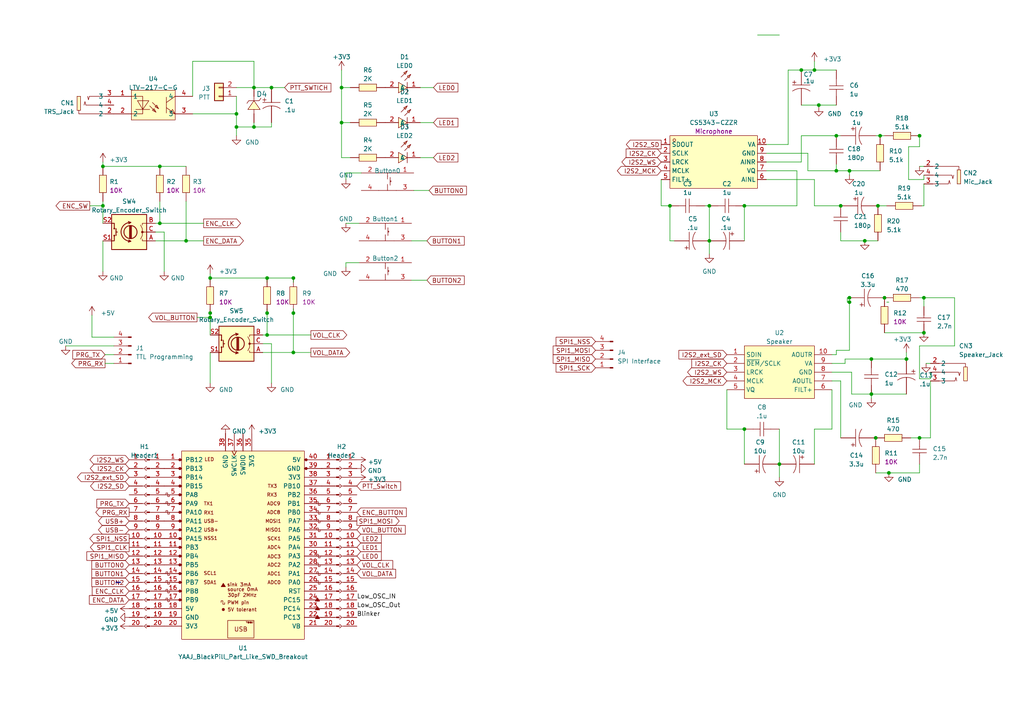
<source format=kicad_sch>
(kicad_sch (version 20230121) (generator eeschema)
  (paper "A4")
  (title_block (title "turning-pcb-knob-project") (date "2023-06-05") (rev "A") (company "KD9LSV"))
  (junction (at 226.06 134.62))
  (junction (at 237.49 30.48))
  (junction (at 242.57 39.37))
  (junction (at 60.96 90.805))
  (junction (at 205.74 59.69))
  (junction (at 60.96 80.645))
  (junction (at 85.09 90.805))
  (junction (at 46.355 48.26))
  (junction (at 262.89 104.14))
  (junction (at 85.09 80.645))
  (junction (at 77.47 80.645))
  (junction (at 46.355 64.77))
  (junction (at 53.975 69.85))
  (junction (at 266.7 39.37))
  (junction (at 256.54 86.36))
  (junction (at 255.27 39.37))
  (junction (at 68.58 33.02))
  (junction (at 215.9 59.69))
  (junction (at 252.73 114.3))
  (junction (at 85.09 102.235))
  (junction (at 254.635 59.69))
  (junction (at 60.96 92.075))
  (junction (at 242.57 49.53))
  (junction (at 254 127))
  (junction (at 243.84 59.69))
  (junction (at 215.9 124.46))
  (junction (at 68.58 36.83))
  (junction (at 257.81 137.16))
  (junction (at 78.74 25.4))
  (junction (at 236.22 20.32))
  (junction (at 246.38 86.36))
  (junction (at 29.845 59.69))
  (junction (at 267.97 96.52))
  (junction (at 266.7 127))
  (junction (at 250.825 69.85))
  (junction (at 77.47 97.155))
  (junction (at 73.66 36.83))
  (junction (at 73.66 25.4))
  (junction (at 232.41 20.32))
  (junction (at 205.74 69.85))
  (junction (at 99.06 25.4))
  (junction (at 99.06 35.56))
  (junction (at 246.38 49.53))
  (junction (at 267.97 86.36))
  (junction (at 252.73 104.14))
  (junction (at 194.31 59.69))
  (junction (at 29.845 48.26))
  (junction (at 77.47 90.805))
  (junction (at 246.38 87.63))
  (wire (pts (xy 204.47 59.69) (xy 205.74 59.69)))
  (wire (pts (xy 276.86 86.36) (xy 276.86 100.33)))
  (wire (pts (xy 60.96 97.155) (xy 60.96 92.075)))
  (wire (pts (xy 266.7 109.855) (xy 269.875 109.855)))
  (wire (pts (xy 46.355 64.77) (xy 59.055 64.77)))
  (wire (pts (xy 257.81 137.16) (xy 254 137.16)))
  (wire (pts (xy 232.41 39.37) (xy 242.57 39.37)))
  (wire (pts (xy 252.73 114.3) (xy 262.89 114.3)))
  (wire (pts (xy 60.96 90.805) (xy 60.96 89.535)))
  (wire (pts (xy 246.38 50.8) (xy 246.38 49.53)))
  (wire (pts (xy 85.09 90.805) (xy 85.09 102.235)))
  (wire (pts (xy 266.7 134.62) (xy 266.7 137.16)))
  (wire (pts (xy 68.58 36.83) (xy 68.58 39.37)))
  (wire (pts (xy 266.7 39.37) (xy 266.7 42.545)))
  (wire (pts (xy 228.6 20.32) (xy 232.41 20.32)))
  (wire (pts (xy 263.525 42.545) (xy 266.7 42.545)))
  (wire (pts (xy 231.14 49.53) (xy 222.25 49.53)))
  (wire (pts (xy 99.06 35.56) (xy 101.6 35.56)))
  (wire (pts (xy 191.77 52.07) (xy 191.77 59.69)))
  (wire (pts (xy 252.73 104.14) (xy 262.89 104.14)))
  (wire (pts (xy 60.96 79.375) (xy 60.96 80.645)))
  (wire (pts (xy 53.975 69.85) (xy 59.055 69.85)))
  (wire (pts (xy 33.02 100.33) (xy 19.05 100.33)))
  (wire (pts (xy 76.2 99.695) (xy 78.74 99.695)))
  (wire (pts (xy 236.22 134.62) (xy 236.22 124.46)))
  (wire (pts (xy 269.875 109.855) (xy 269.875 107.95)))
  (wire (pts (xy 78.74 99.695) (xy 78.74 111.125)))
  (wire (pts (xy 53.975 58.42) (xy 53.975 69.85)))
  (wire (pts (xy 215.9 134.62) (xy 215.9 124.46)))
  (wire (pts (xy 205.74 69.85) (xy 205.74 73.66)))
  (wire (pts (xy 236.22 20.32) (xy 242.57 20.32)))
  (bus (pts (xy 33.655 168.91) (xy 34.925 168.91)))
  (wire (pts (xy 100.33 50.165) (xy 104.775 50.165)))
  (wire (pts (xy 194.31 69.85) (xy 194.31 59.69)))
  (wire (pts (xy 26.035 59.69) (xy 29.845 59.69)))
  (wire (pts (xy 242.57 39.37) (xy 243.84 39.37)))
  (wire (pts (xy 247.015 114.3) (xy 252.73 114.3)))
  (wire (pts (xy 222.25 44.45) (xy 234.315 44.45)))
  (wire (pts (xy 78.74 35.56) (xy 78.74 36.83)))
  (wire (pts (xy 268.605 105.41) (xy 269.875 105.41)))
  (wire (pts (xy 104.14 76.2) (xy 100.33 76.2)))
  (wire (pts (xy 99.06 35.56) (xy 99.06 25.4)))
  (wire (pts (xy 29.845 48.26) (xy 46.355 48.26)))
  (wire (pts (xy 99.06 25.4) (xy 101.6 25.4)))
  (wire (pts (xy 205.74 59.69) (xy 205.74 69.85)))
  (wire (pts (xy 242.57 47.625) (xy 242.57 49.53)))
  (wire (pts (xy 234.315 49.53) (xy 242.57 49.53)))
  (wire (pts (xy 266.7 100.33) (xy 266.7 109.855)))
  (wire (pts (xy 121.92 45.72) (xy 125.73 45.72)))
  (wire (pts (xy 77.47 97.155) (xy 76.2 97.155)))
  (wire (pts (xy 242.57 101.6) (xy 242.57 102.87)))
  (wire (pts (xy 255.27 39.37) (xy 256.54 39.37)))
  (wire (pts (xy 45.085 67.31) (xy 47.625 67.31)))
  (wire (pts (xy 241.3 110.49) (xy 243.84 110.49)))
  (wire (pts (xy 121.92 25.4) (xy 125.73 25.4)))
  (wire (pts (xy 77.47 89.535) (xy 77.47 90.805)))
  (wire (pts (xy 99.06 45.72) (xy 101.6 45.72)))
  (wire (pts (xy 264.16 39.37) (xy 266.7 39.37)))
  (wire (pts (xy 68.58 33.02) (xy 68.58 36.83)))
  (wire (pts (xy 232.41 39.37) (xy 232.41 46.99)))
  (wire (pts (xy 73.66 25.4) (xy 78.74 25.4)))
  (wire (pts (xy 241.3 113.03) (xy 241.3 124.46)))
  (wire (pts (xy 194.31 69.85) (xy 195.58 69.85)))
  (wire (pts (xy 30.48 105.41) (xy 33.02 105.41)))
  (wire (pts (xy 47.625 67.31) (xy 47.625 78.74)))
  (wire (pts (xy 250.825 69.85) (xy 243.84 69.85)))
  (wire (pts (xy 226.06 124.46) (xy 226.06 134.62)))
  (wire (pts (xy 269.875 127) (xy 269.875 110.49)))
  (wire (pts (xy 120.015 55.245) (xy 124.46 55.245)))
  (wire (pts (xy 60.96 80.645) (xy 77.47 80.645)))
  (wire (pts (xy 46.355 58.42) (xy 46.355 64.77)))
  (wire (pts (xy 257.175 87.63) (xy 257.81 87.63)))
  (wire (pts (xy 267.335 59.69) (xy 267.97 59.69)))
  (wire (pts (xy 254 39.37) (xy 255.27 39.37)))
  (wire (pts (xy 215.9 59.69) (xy 231.14 59.69)))
  (wire (pts (xy 85.09 89.535) (xy 85.09 90.805)))
  (wire (pts (xy 57.15 92.075) (xy 60.96 92.075)))
  (wire (pts (xy 119.38 81.28) (xy 123.825 81.28)))
  (wire (pts (xy 236.22 124.46) (xy 241.3 124.46)))
  (wire (pts (xy 226.06 134.62) (xy 226.06 138.43)))
  (wire (pts (xy 85.09 80.645) (xy 85.09 81.915)))
  (wire (pts (xy 241.3 102.87) (xy 242.57 102.87)))
  (wire (pts (xy 121.92 35.56) (xy 125.73 35.56)))
  (wire (pts (xy 262.89 102.235) (xy 262.89 104.14)))
  (wire (pts (xy 256.54 86.36) (xy 257.175 86.36)))
  (wire (pts (xy 232.41 20.32) (xy 236.22 20.32)))
  (wire (pts (xy 45.085 69.85) (xy 53.975 69.85)))
  (wire (pts (xy 26.67 97.79) (xy 26.67 91.44)))
  (wire (pts (xy 55.88 33.02) (xy 68.58 33.02)))
  (wire (pts (xy 267.97 86.36) (xy 276.86 86.36)))
  (wire (pts (xy 245.745 86.36) (xy 245.745 87.63)))
  (wire (pts (xy 242.57 49.53) (xy 246.38 49.53)))
  (wire (pts (xy 243.84 110.49) (xy 243.84 127)))
  (wire (pts (xy 60.96 102.235) (xy 60.96 111.125)))
  (wire (pts (xy 243.84 59.69) (xy 244.475 59.69)))
  (wire (pts (xy 245.745 87.63) (xy 246.38 87.63)))
  (wire (pts (xy 250.825 69.85) (xy 254.635 69.85)))
  (wire (pts (xy 264.16 127) (xy 266.7 127)))
  (wire (pts (xy 77.47 80.645) (xy 85.09 80.645)))
  (wire (pts (xy 33.02 102.87) (xy 30.48 102.87)))
  (wire (pts (xy 210.82 124.46) (xy 215.9 124.46)))
  (wire (pts (xy 246.38 86.36) (xy 245.745 86.36)))
  (wire (pts (xy 252.73 114.3) (xy 252.73 113.03)))
  (wire (pts (xy 77.47 90.805) (xy 77.47 97.155)))
  (wire (pts (xy 100.33 76.2) (xy 100.33 77.47)))
  (wire (pts (xy 232.41 30.48) (xy 237.49 30.48)))
  (wire (pts (xy 191.77 59.69) (xy 194.31 59.69)))
  (wire (pts (xy 77.47 97.155) (xy 90.17 97.155)))
  (wire (pts (xy 231.14 59.69) (xy 231.14 49.53)))
  (wire (pts (xy 73.66 17.78) (xy 73.66 25.4)))
  (wire (pts (xy 267.97 52.07) (xy 267.97 50.8)))
  (wire (pts (xy 100.33 64.77) (xy 104.14 64.77)))
  (wire (pts (xy 55.88 17.78) (xy 55.88 27.94)))
  (wire (pts (xy 247.015 107.95) (xy 247.015 114.3)))
  (wire (pts (xy 276.86 100.33) (xy 266.7 100.33)))
  (wire (pts (xy 100.33 50.165) (xy 100.33 52.07)))
  (wire (pts (xy 99.06 20.32) (xy 99.06 25.4)))
  (wire (pts (xy 237.49 31.115) (xy 237.49 30.48)))
  (wire (pts (xy 266.7 48.26) (xy 267.97 48.26)))
  (wire (pts (xy 267.97 59.69) (xy 267.97 53.34)))
  (wire (pts (xy 243.84 67.31) (xy 243.84 69.85)))
  (wire (pts (xy 266.7 127) (xy 269.875 127)))
  (wire (pts (xy 68.58 25.4) (xy 73.66 25.4)))
  (wire (pts (xy 73.66 36.83) (xy 78.74 36.83)))
  (wire (pts (xy 33.02 97.79) (xy 26.67 97.79)))
  (wire (pts (xy 73.66 36.83) (xy 68.58 36.83)))
  (wire (pts (xy 46.355 48.26) (xy 53.975 48.26)))
  (wire (pts (xy 73.66 17.78) (xy 55.88 17.78)))
  (wire (pts (xy 237.49 30.48) (xy 242.57 30.48)))
  (wire (pts (xy 234.315 44.45) (xy 234.315 49.53)))
  (wire (pts (xy 29.845 64.77) (xy 29.845 59.69)))
  (wire (pts (xy 85.09 102.235) (xy 90.17 102.235)))
  (wire (pts (xy 119.38 69.85) (xy 123.825 69.85)))
  (wire (pts (xy 232.41 46.99) (xy 222.25 46.99)))
  (wire (pts (xy 236.22 59.69) (xy 236.22 52.07)))
  (wire (pts (xy 77.47 81.915) (xy 77.47 80.645)))
  (wire (pts (xy 219.71 10.16) (xy 226.06 10.16)))
  (wire (pts (xy 252.73 115.57) (xy 252.73 114.3)))
  (wire (pts (xy 245.11 104.14) (xy 252.73 104.14)))
  (wire (pts (xy 245.11 105.41) (xy 241.3 105.41)))
  (wire (pts (xy 29.845 46.99) (xy 29.845 48.26)))
  (wire (pts (xy 73.66 35.56) (xy 73.66 36.83)))
  (wire (pts (xy 99.06 35.56) (xy 99.06 45.72)))
  (wire (pts (xy 263.525 52.07) (xy 267.97 52.07)))
  (wire (pts (xy 255.27 49.53) (xy 246.38 49.53)))
  (wire (pts (xy 228.6 20.32) (xy 228.6 41.91)))
  (wire (pts (xy 241.3 107.95) (xy 247.015 107.95)))
  (wire (pts (xy 242.57 101.6) (xy 246.38 101.6)))
  (wire (pts (xy 210.82 113.03) (xy 210.82 124.46)))
  (wire (pts (xy 82.55 25.4) (xy 78.74 25.4)))
  (wire (pts (xy 60.96 92.075) (xy 60.96 90.805)))
  (wire (pts (xy 29.845 69.85) (xy 29.845 78.74)))
  (wire (pts (xy 263.525 42.545) (xy 263.525 52.07)))
  (wire (pts (xy 222.25 52.07) (xy 236.22 52.07)))
  (wire (pts (xy 266.7 137.16) (xy 257.81 137.16)))
  (wire (pts (xy 263.525 104.14) (xy 262.89 104.14)))
  (wire (pts (xy 215.9 69.85) (xy 215.9 59.69)))
  (wire (pts (xy 228.6 41.91) (xy 222.25 41.91)))
  (wire (pts (xy 242.57 40.005) (xy 242.57 39.37)))
  (wire (pts (xy 267.97 86.36) (xy 267.97 88.9)))
  (wire (pts (xy 76.2 102.235) (xy 85.09 102.235)))
  (wire (pts (xy 236.22 59.69) (xy 243.84 59.69)))
  (wire (pts (xy 246.38 101.6) (xy 246.38 87.63)))
  (wire (pts (xy 236.22 17.78) (xy 236.22 20.32)))
  (wire (pts (xy 246.38 87.63) (xy 246.38 86.36)))
  (wire (pts (xy 60.96 80.645) (xy 60.96 81.915)))
  (wire (pts (xy 68.58 27.94) (xy 68.58 33.02)))
  (wire (pts (xy 46.355 64.77) (xy 45.085 64.77)))
  (wire (pts (xy 266.7 86.36) (xy 267.97 86.36)))
  (wire (pts (xy 256.54 96.52) (xy 267.97 96.52)))
  (wire (pts (xy 245.11 104.14) (xy 245.11 105.41)))
  (wire (pts (xy 254.635 59.69) (xy 257.175 59.69)))
  (wire (pts (xy 29.845 59.69) (xy 29.845 58.42)))
  (label "Low_OSC_IN" (at 103.505 173.99 0))
  (label "Low_OSC_Out" (at 103.505 176.53 0))
  (label "Blinker" (at 103.505 179.07 0))
  (global_label "SPI1_MISO" (shape input) (at 172.72 104.14 180) (property "Intersheetrefs" "${INTERSHEET_REFS}" (effects hide)))
  (global_label "PTT_SWTICH" (shape input) (at 82.55 25.4 0) (property "Intersheetrefs" "${INTERSHEET_REFS}" (effects hide)))
  (global_label "LED1" (shape input) (at 125.73 35.56 0) (property "Intersheetrefs" "${INTERSHEET_REFS}" (effects hide)))
  (global_label "I2S2_ext_SD" (shape input) (at 210.82 102.87 180) (property "Intersheetrefs" "${INTERSHEET_REFS}" (effects hide)))
  (global_label "LED2" (shape input) (at 103.505 156.21 0) (property "Intersheetrefs" "${INTERSHEET_REFS}" (effects hide)))
  (global_label "I2S2_WS" (shape bidirectional) (at 37.465 133.35 180) (property "Intersheetrefs" "${INTERSHEET_REFS}" (effects hide)))
  (global_label "SPI1_MISO" (shape input) (at 37.465 161.29 180) (property "Intersheetrefs" "${INTERSHEET_REFS}" (effects hide)))
  (global_label "ENC_DATA" (shape input) (at 37.465 173.99 180) (property "Intersheetrefs" "${INTERSHEET_REFS}" (effects hide)))
  (global_label "BUTTON0" (shape input) (at 124.46 55.245 0) (property "Intersheetrefs" "${INTERSHEET_REFS}" (effects hide)))
  (global_label "I2S2_SD" (shape bidirectional) (at 37.465 140.97 180) (property "Intersheetrefs" "${INTERSHEET_REFS}" (effects hide)))
  (global_label "I2S2_SD" (shape output) (at 191.77 41.91 180) (property "Intersheetrefs" "${INTERSHEET_REFS}" (effects hide)))
  (global_label "USB-" (shape bidirectional) (at 37.465 153.67 180) (property "Intersheetrefs" "${INTERSHEET_REFS}" (effects hide)))
  (global_label "PTT_Switch" (shape input) (at 103.505 140.97 0) (property "Intersheetrefs" "${INTERSHEET_REFS}" (effects hide)))
  (global_label "ENC_CLK" (shape output) (at 59.055 64.77 0) (property "Intersheetrefs" "${INTERSHEET_REFS}" (effects hide)))
  (global_label "BUTTON2" (shape input) (at 37.465 168.91 180) (property "Intersheetrefs" "${INTERSHEET_REFS}" (effects hide)))
  (global_label "VOL_CLK" (shape input) (at 103.505 163.83 0) (property "Intersheetrefs" "${INTERSHEET_REFS}" (effects hide)))
  (global_label "SPI1_NSS" (shape input) (at 172.72 99.06 180) (property "Intersheetrefs" "${INTERSHEET_REFS}" (effects hide)))
  (global_label "SPI1_CLK" (shape output) (at 37.465 158.75 180) (property "Intersheetrefs" "${INTERSHEET_REFS}" (effects hide)))
  (global_label "I2S2_CK" (shape input) (at 191.77 44.45 180) (property "Intersheetrefs" "${INTERSHEET_REFS}" (effects hide)))
  (global_label "LED0" (shape input) (at 125.73 25.4 0) (property "Intersheetrefs" "${INTERSHEET_REFS}" (effects hide)))
  (global_label "VOL_DATA" (shape output) (at 90.17 102.235 0) (property "Intersheetrefs" "${INTERSHEET_REFS}" (effects hide)))
  (global_label "ENC_BUTTON" (shape input) (at 103.505 148.59 0) (property "Intersheetrefs" "${INTERSHEET_REFS}" (effects hide)))
  (global_label "LED0" (shape input) (at 103.505 161.29 0) (property "Intersheetrefs" "${INTERSHEET_REFS}" (effects hide)))
  (global_label "VOL_BUTTON" (shape output) (at 57.15 92.075 180) (property "Intersheetrefs" "${INTERSHEET_REFS}" (effects hide)))
  (global_label "I2S2_MCK" (shape bidirectional) (at 210.82 110.49 180) (property "Intersheetrefs" "${INTERSHEET_REFS}" (effects hide)))
  (global_label "I2S2_CK" (shape input) (at 210.82 105.41 180) (property "Intersheetrefs" "${INTERSHEET_REFS}" (effects hide)))
  (global_label "PRG_RX" (shape output) (at 37.465 148.59 180) (property "Intersheetrefs" "${INTERSHEET_REFS}" (effects hide)))
  (global_label "SPI1_SCK" (shape input) (at 172.72 106.68 180) (property "Intersheetrefs" "${INTERSHEET_REFS}" (effects hide)))
  (global_label "SPI1_NSS" (shape output) (at 37.465 156.21 180) (property "Intersheetrefs" "${INTERSHEET_REFS}" (effects hide)))
  (global_label "PRG_RX" (shape output) (at 30.48 105.41 180) (property "Intersheetrefs" "${INTERSHEET_REFS}" (effects hide)))
  (global_label "LED1" (shape input) (at 103.505 158.75 0) (property "Intersheetrefs" "${INTERSHEET_REFS}" (effects hide)))
  (global_label "USB+" (shape bidirectional) (at 37.465 151.13 180) (property "Intersheetrefs" "${INTERSHEET_REFS}" (effects hide)))
  (global_label "VOL_DATA" (shape input) (at 103.505 166.37 0) (property "Intersheetrefs" "${INTERSHEET_REFS}" (effects hide)))
  (global_label "ENC_CLK" (shape input) (at 37.465 171.45 180) (property "Intersheetrefs" "${INTERSHEET_REFS}" (effects hide)))
  (global_label "VOL_CLK" (shape output) (at 90.17 97.155 0) (property "Intersheetrefs" "${INTERSHEET_REFS}" (effects hide)))
  (global_label "I2S2_WS" (shape bidirectional) (at 191.77 46.99 180) (property "Intersheetrefs" "${INTERSHEET_REFS}" (effects hide)))
  (global_label "BUTTON2" (shape input) (at 123.825 81.28 0) (property "Intersheetrefs" "${INTERSHEET_REFS}" (effects hide)))
  (global_label "I2S2_WS" (shape bidirectional) (at 210.82 107.95 180) (property "Intersheetrefs" "${INTERSHEET_REFS}" (effects hide)))
  (global_label "ENC_DATA" (shape output) (at 59.055 69.85 0) (property "Intersheetrefs" "${INTERSHEET_REFS}" (effects hide)))
  (global_label "I2S2_MCK" (shape bidirectional) (at 191.77 49.53 180) (property "Intersheetrefs" "${INTERSHEET_REFS}" (effects hide)))
  (global_label "LED2" (shape input) (at 125.73 45.72 0) (property "Intersheetrefs" "${INTERSHEET_REFS}" (effects hide)))
  (global_label "BUTTON0" (shape input) (at 37.465 163.83 180) (property "Intersheetrefs" "${INTERSHEET_REFS}" (effects hide)))
  (global_label "SPI1_MOSI" (shape output) (at 103.505 151.13 0) (property "Intersheetrefs" "${INTERSHEET_REFS}" (effects hide)))
  (global_label "SPI1_MOSI" (shape input) (at 172.72 101.6 180) (property "Intersheetrefs" "${INTERSHEET_REFS}" (effects hide)))
  (global_label "VOL_BUTTON" (shape input) (at 103.505 153.67 0) (property "Intersheetrefs" "${INTERSHEET_REFS}" (effects hide)))
  (global_label "PRG_TX" (shape input) (at 30.48 102.87 180) (property "Intersheetrefs" "${INTERSHEET_REFS}" (effects hide)))
  (global_label "BUTTON1" (shape input) (at 123.825 69.85 0) (property "Intersheetrefs" "${INTERSHEET_REFS}" (effects hide)))
  (global_label "ENC_SW" (shape output) (at 26.035 59.69 180) (property "Intersheetrefs" "${INTERSHEET_REFS}" (effects hide)))
  (global_label "I2S2_ext_SD" (shape bidirectional) (at 37.465 138.43 180) (property "Intersheetrefs" "${INTERSHEET_REFS}" (effects hide)))
  (global_label "BUTTON1" (shape input) (at 37.465 166.37 180) (property "Intersheetrefs" "${INTERSHEET_REFS}" (effects hide)))
  (global_label "I2S2_CK" (shape bidirectional) (at 37.465 135.89 180) (property "Intersheetrefs" "${INTERSHEET_REFS}" (effects hide)))
  (global_label "PRG_TX" (shape input) (at 37.465 146.05 180) (property "Intersheetrefs" "${INTERSHEET_REFS}" (effects hide)))
  (symbol (lib_id "easyeda2kicad:0805W8F1002T5E") (at 46.355 53.34 90) (unit 1)
    (property "Reference" "R2" (at 48.26 52.705 90) (effects (justify right)))
    (property "Value" "0805W8F1002T5E" (effects hide))
    (property "Footprint" "easyeda2kicad:R0805" (effects hide))
    (property "Datasheet" "https://lcsc.com/product-detail/Chip-Resistor-Surface-Mount-UniOhm_10KR-1002-1_C17414.html" (effects hide))
    (property "Manufacturer" "UNI-ROYAL(厚声)" (effects hide))
    (property "LCSC Part" "C17414" (effects hide))
    (property "JLC Part" "Basic Part" (effects hide))
    (property "Size" "10K" (at 48.26 55.245 90) (effects (justify right)))
  )
  (symbol (lib_id "easyeda2kicad:0805W8F1002T5E") (at 53.975 53.34 90) (unit 1)
    (property "Reference" "R3" (at 55.88 52.705 90) (effects (justify right)))
    (property "Value" "0805W8F1002T5E" (effects hide))
    (property "Footprint" "easyeda2kicad:R0805" (effects hide))
    (property "Datasheet" "https://lcsc.com/product-detail/Chip-Resistor-Surface-Mount-UniOhm_10KR-1002-1_C17414.html" (effects hide))
    (property "Manufacturer" "UNI-ROYAL(厚声)" (effects hide))
    (property "LCSC Part" "C17414" (effects hide))
    (property "JLC Part" "Basic Part" (effects hide))
    (property "Size" "10K" (at 55.88 55.245 90) (effects (justify right)))
  )
  (symbol (lib_id "easyeda2kicad:0805W8F1002T5E") (at 29.845 53.34 90) (unit 1)
    (property "Reference" "R1" (at 31.75 52.705 90) (effects (justify right)))
    (property "Value" "0805W8F1002T5E" (effects hide))
    (property "Footprint" "easyeda2kicad:R0805" (effects hide))
    (property "Datasheet" "https://lcsc.com/product-detail/Chip-Resistor-Surface-Mount-UniOhm_10KR-1002-1_C17414.html" (effects hide))
    (property "Manufacturer" "UNI-ROYAL(厚声)" (effects hide))
    (property "LCSC Part" "C17414" (effects hide))
    (property "JLC Part" "Basic Part" (effects hide))
    (property "Size" "10K" (at 31.75 55.245 90) (effects (justify right)))
  )
  (symbol (lib_id "knob_v1-rescue:Rotary_Encoder_Switch-Device") (at 37.465 67.31 180) (unit 1)
    (property "Reference" "SW4" (at 37.465 58.42 0))
    (property "Value" "Rotary_Encoder_Switch" (at 37.465 60.96 0))
    (property "Footprint" "Rotary_Encoder:RotaryEncoder_Alps_EC12E-Switch_Vertical_H20mm" (effects hide))
  )
  (symbol (lib_id "power:GND") (at 29.845 78.74 0) (unit 1)
    (property "Reference" "#PWR02" (effects hide))
    (property "Value" "GND" (at 31.75 80.645 0) (effects (justify left)))
  )
  (symbol (lib_id "power:GND") (at 47.625 78.74 0) (unit 1)
    (property "Reference" "#PWR04" (effects hide))
    (property "Value" "GND" (at 49.53 80.645 0) (effects (justify left)))
  )
  (symbol (lib_id "easyeda2kicad:TS-1003-12026") (at 112.395 52.705 0) (mirror y) (unit 1)
    (property "Reference" "SW1" (effects hide))
    (property "Value" "Button0" (at 112.395 49.53 0))
    (property "Footprint" "easyeda2kicad:KEY-TH_4P-L12.0-W12.0-P5.00-LS12.5" (effects hide))
    (property "Datasheet" "https://lcsc.com/product-detail/Tactile-Switches_XUNPU-TS-1003-12026_C455216.html" (effects hide))
    (property "Manufacturer" "XUNPU(讯普)" (effects hide))
    (property "LCSC Part" "C455216" (effects hide))
    (property "JLC Part" "Extended Part" (effects hide))
  )
  (symbol (lib_id "easyeda2kicad:TS-1003-12026") (at 111.76 67.31 0) (mirror y) (unit 1)
    (property "Reference" "SW2" (effects hide))
    (property "Value" "Button1" (at 111.76 63.5 0))
    (property "Footprint" "easyeda2kicad:KEY-TH_4P-L12.0-W12.0-P5.00-LS12.5" (effects hide))
    (property "Datasheet" "https://lcsc.com/product-detail/Tactile-Switches_XUNPU-TS-1003-12026_C455216.html" (effects hide))
    (property "Manufacturer" "XUNPU(讯普)" (effects hide))
    (property "LCSC Part" "C455216" (effects hide))
    (property "JLC Part" "Extended Part" (effects hide))
  )
  (symbol (lib_id "easyeda2kicad:TS-1003-12026") (at 111.76 78.74 0) (mirror y) (unit 1)
    (property "Reference" "SW3" (effects hide))
    (property "Value" "Button2" (at 111.76 74.93 0))
    (property "Footprint" "easyeda2kicad:KEY-TH_4P-L12.0-W12.0-P5.00-LS12.5" (effects hide))
    (property "Datasheet" "https://lcsc.com/product-detail/Tactile-Switches_XUNPU-TS-1003-12026_C455216.html" (effects hide))
    (property "Manufacturer" "XUNPU(讯普)" (effects hide))
    (property "LCSC Part" "C455216" (effects hide))
    (property "JLC Part" "Extended Part" (effects hide))
  )
  (symbol (lib_id "easyeda2kicad:19-217_GHC-YR1S2_3T") (at 116.84 45.72 0) (mirror y) (unit 1)
    (property "Reference" "D3" (at 117.35 36.83 0))
    (property "Value" "LED2" (at 117.35 39.37 0))
    (property "Footprint" "easyeda2kicad:LED0603-RD" (effects hide))
    (property "Datasheet" "https://lcsc.com/product-detail/Light-Emitting-Diodes-LED_0603-Green-light_C72043.html" (effects hide))
    (property "Manufacturer" "EVERLIGHT(亿光)" (effects hide))
    (property "LCSC Part" "C72043" (effects hide))
    (property "JLC Part" "Basic Part" (effects hide))
  )
  (symbol (lib_id "easyeda2kicad:19-217_GHC-YR1S2_3T") (at 116.84 35.56 0) (mirror y) (unit 1)
    (property "Reference" "D2" (at 117.35 26.67 0))
    (property "Value" "LED1" (at 117.35 29.21 0))
    (property "Footprint" "easyeda2kicad:LED0603-RD" (effects hide))
    (property "Datasheet" "https://lcsc.com/product-detail/Light-Emitting-Diodes-LED_0603-Green-light_C72043.html" (effects hide))
    (property "Manufacturer" "EVERLIGHT(亿光)" (effects hide))
    (property "LCSC Part" "C72043" (effects hide))
    (property "JLC Part" "Basic Part" (effects hide))
  )
  (symbol (lib_id "easyeda2kicad:19-217_GHC-YR1S2_3T") (at 116.84 25.4 0) (mirror y) (unit 1)
    (property "Reference" "D1" (at 117.35 16.51 0))
    (property "Value" "LED0" (at 117.35 19.05 0))
    (property "Footprint" "easyeda2kicad:LED0603-RD" (effects hide))
    (property "Datasheet" "https://lcsc.com/product-detail/Light-Emitting-Diodes-LED_0603-Green-light_C72043.html" (effects hide))
    (property "Manufacturer" "EVERLIGHT(亿光)" (effects hide))
    (property "LCSC Part" "C72043" (effects hide))
    (property "JLC Part" "Basic Part" (effects hide))
  )
  (symbol (lib_id "easyeda2kicad:0805W8F2001T5E") (at 106.68 45.72 180) (unit 1)
    (property "Reference" "R4" (at 106.68 40.64 0))
    (property "Value" "2K" (at 106.68 43.18 0))
    (property "Footprint" "easyeda2kicad:R0805" (effects hide))
    (property "Datasheet" "https://lcsc.com/product-detail/Chip-Resistor-Surface-Mount-UniOhm_2KR-2001-1_C17604.html" (effects hide))
    (property "Manufacturer" "UNI-ROYAL(厚声)" (effects hide))
    (property "LCSC Part" "C17604" (effects hide))
    (property "JLC Part" "Basic Part" (effects hide))
  )
  (symbol (lib_id "easyeda2kicad:0805W8F2001T5E") (at 106.68 35.56 180) (unit 1)
    (property "Reference" "R5" (at 106.68 30.48 0))
    (property "Value" "2K" (at 106.68 33.02 0))
    (property "Footprint" "easyeda2kicad:R0805" (effects hide))
    (property "Datasheet" "https://lcsc.com/product-detail/Chip-Resistor-Surface-Mount-UniOhm_2KR-2001-1_C17604.html" (effects hide))
    (property "Manufacturer" "UNI-ROYAL(厚声)" (effects hide))
    (property "LCSC Part" "C17604" (effects hide))
    (property "JLC Part" "Basic Part" (effects hide))
  )
  (symbol (lib_id "easyeda2kicad:0805W8F2001T5E") (at 106.68 25.4 180) (unit 1)
    (property "Reference" "R6" (at 106.68 20.32 0))
    (property "Value" "2K" (at 106.68 22.86 0))
    (property "Footprint" "easyeda2kicad:R0805" (effects hide))
    (property "Datasheet" "https://lcsc.com/product-detail/Chip-Resistor-Surface-Mount-UniOhm_2KR-2001-1_C17604.html" (effects hide))
    (property "Manufacturer" "UNI-ROYAL(厚声)" (effects hide))
    (property "LCSC Part" "C17604" (effects hide))
    (property "JLC Part" "Basic Part" (effects hide))
  )
  (symbol (lib_id "knob_v1-rescue:+3.3V-power") (at 99.06 20.32 0) (unit 1)
    (property "Reference" "#PWR07" (effects hide))
    (property "Value" "+3.3V" (at 99.06 16.51 0))
  )
  (symbol (lib_id "knob_v1-rescue:Conn_01x04_Male-Connector") (at 38.1 102.87 180) (unit 1)
    (property "Reference" "J1" (at 39.37 100.965 0) (effects (justify right)))
    (property "Value" "TTL Programming" (at 39.37 103.505 0) (effects (justify right)))
    (property "Footprint" "Connector_PinHeader_2.54mm:PinHeader_1x04_P2.54mm_Vertical" (effects hide))
  )
  (symbol (lib_id "power:GND") (at 19.05 100.33 0) (unit 1)
    (property "Reference" "#PWR0105" (effects hide))
    (property "Value" "GND" (at 19.05 99.06 0))
  )
  (symbol (lib_id "power:+5V") (at 26.67 91.44 0) (unit 1)
    (property "Reference" "#PWR0106" (effects hide))
    (property "Value" "+5V" (at 29.21 90.805 0) (effects (justify left)))
  )
  (symbol (lib_id "Connector_Generic:Conn_01x02") (at 63.5 27.94 180) (unit 1)
    (property "Reference" "J3" (at 60.96 25.6794 0) (effects (justify left)))
    (property "Value" "PTT" (at 60.96 28.2194 0) (effects (justify left)))
    (property "Footprint" "Connector_PinHeader_2.54mm:PinHeader_1x02_P2.54mm_Horizontal" (effects hide))
  )
  (symbol (lib_id "power:GND") (at 68.58 39.37 0) (unit 1)
    (property "Reference" "#PWR0109" (effects hide))
    (property "Value" "GND" (at 71.12 41.275 0) (effects (justify left)))
  )
  (symbol (lib_id "easyeda2kicad:ZMM5V1_C707194") (at 73.66 30.48 270) (unit 1)
    (property "Reference" "D4" (at 74.295 27.305 90) (effects (font (size 1.524 1.524)) (justify left)))
    (property "Value" "ZMM5V1_C707194" (effects hide))
    (property "Footprint" "easyeda2kicad:LL-34_L3.5-W1.5-RD" (effects hide))
    (property "Datasheet" "https://lcsc.com/product-detail/Zener-Diodes_Slkor-SLKORMICRO-Elec-ZMM5V1_C707194.html" (effects hide))
    (property "Digi-Key_PN" "1N5231BFSCT-ND" (effects hide))
    (property "MPN" "1N5231BTR" (effects hide))
    (property "Category" "Discrete Semiconductor Products" (effects hide))
    (property "Family" "Diodes - Zener - Single" (effects hide))
    (property "DK_Datasheet_Link" "https://www.onsemi.com/pub/Collateral/1N5221B-D.PDF" (effects hide))
    (property "DK_Detail_Page" "/product-detail/en/on-semiconductor/1N5231BTR/1N5231BFSCT-ND/1532765" (effects hide))
    (property "Description" "DIODE ZENER 5.1V 500MW DO35" (effects hide))
    (property "Manufacturer" "Slkor(萨科微)" (effects hide))
    (property "Status" "Active" (effects hide))
    (property "LCSC Part" "C707194" (effects hide))
    (property "JLC Part" "Extended Part" (effects hide))
  )
  (symbol (lib_id "easyeda2kicad:VT1H0R1MB054000CE0") (at 78.74 30.48 0) (unit 1)
    (property "Reference" "C1" (at 82.55 29.34 0) (effects (justify left)))
    (property "Value" ".1u" (at 82.55 31.88 0) (effects (justify left)))
    (property "Footprint" "easyeda2kicad:CAP-SMD_BD4.0-L4.3-W4.3-FD" (effects hide))
    (property "Datasheet" "https://lcsc.com/product-detail/Others_Changzhou-Huawei-Elec-VT1H0R1MB054000CE0_C271438.html" (effects hide))
    (property "Manufacturer" "HUAWEI(华威集团)" (effects hide))
    (property "LCSC Part" "C271438" (effects hide))
    (property "JLC Part" "Extended Part" (effects hide))
  )
  (symbol (lib_id "knob_v1-rescue:+3.3V-power") (at 29.845 46.99 0) (unit 1)
    (property "Reference" "#PWR0110" (effects hide))
    (property "Value" "+3.3V" (at 31.75 46.355 0) (effects (justify left)))
  )
  (symbol (lib_id "knob_v1-rescue:Conn_01x04_Male-Connector") (at 177.8 104.14 180) (unit 1)
    (property "Reference" "J4" (at 179.07 102.235 0) (effects (justify right)))
    (property "Value" "SPI Interface" (at 179.07 104.775 0) (effects (justify right)))
    (property "Footprint" "Connector_PinHeader_2.54mm:PinHeader_1x04_P2.54mm_Vertical" (effects hide))
  )
  (symbol (lib_id "power:GND") (at 100.33 77.47 0) (mirror y) (unit 1)
    (property "Reference" "#PWR0111" (effects hide))
    (property "Value" "GND" (at 97.79 79.375 0) (effects (justify left)))
  )
  (symbol (lib_id "power:GND") (at 100.33 52.07 0) (mirror y) (unit 1)
    (property "Reference" "#PWR0115" (effects hide))
    (property "Value" "GND" (at 100.33 50.8 0))
  )
  (symbol (lib_id "power:GND") (at 100.33 64.77 0) (mirror y) (unit 1)
    (property "Reference" "#PWR0116" (effects hide))
    (property "Value" "GND" (at 100.33 63.5 0))
  )
  (symbol (lib_id "easyeda2kicad:0805W8F1002T5E") (at 256.54 91.44 90) (unit 1)
    (property "Reference" "R12" (at 259.08 90.805 90) (effects (justify right)))
    (property "Value" "0805W8F1002T5E" (effects hide))
    (property "Footprint" "easyeda2kicad:R0805" (effects hide))
    (property "Datasheet" "https://lcsc.com/product-detail/Chip-Resistor-Surface-Mount-UniOhm_10KR-1002-1_C17414.html" (effects hide))
    (property "Manufacturer" "UNI-ROYAL(厚声)" (effects hide))
    (property "LCSC Part" "C17414" (effects hide))
    (property "JLC Part" "Basic Part" (effects hide))
    (property "Size" "10K" (at 259.08 93.345 90) (effects (justify right)))
  )
  (symbol (lib_id "power:GND") (at 226.06 138.43 0) (unit 1)
    (property "Reference" "#PWR021" (effects hide))
    (property "Value" "GND" (at 226.06 143.51 0))
  )
  (symbol (lib_id "easyeda2kicad:CS5343-CZZR") (at 207.01 46.99 0) (unit 1)
    (property "Reference" "U3" (at 207.01 33.02 0))
    (property "Value" "CS5343-CZZR" (at 207.01 35.56 0))
    (property "Footprint" "easyeda2kicad:TSSOP-10_L3.0-W3.0-P0.50-LS4.9-BL" (effects hide))
    (property "Datasheet" "https://lcsc.com/product-detail/Others_Cirrus-Logic_CS5343-CZZR_Cirrus-Logic-CS5343-CZZR_C323607.html" (effects hide))
    (property "Manufacturer" "Cirrus Logic(凌云)" (effects hide))
    (property "LCSC Part" "C323607" (effects hide))
    (property "JLC Part" "Extended Part" (effects hide))
    (property "Name" "Microphone" (at 207.01 38.1 0))
  )
  (symbol (lib_id "power:GND") (at 78.74 111.125 0) (unit 1)
    (property "Reference" "#PWR05" (effects hide))
    (property "Value" "GND" (at 81.28 113.03 0) (effects (justify left)))
  )
  (symbol (lib_id "easyeda2kicad:CC0603KRX7R9BB272") (at 267.97 92.71 90) (unit 1)
    (property "Reference" "C17" (at 271.78 92.075 90) (effects (justify right)))
    (property "Value" "2.7n" (at 271.78 94.615 90) (effects (justify right)))
    (property "Footprint" "easyeda2kicad:C0603" (effects hide))
    (property "Datasheet" "https://lcsc.com/product-detail/Multilayer-Ceramic-Capacitors-MLCC-SMD-SMT_2-7nF-272-10-50V_C107085.html" (effects hide))
    (property "Manufacturer" "YAGEO(国巨)" (effects hide))
    (property "LCSC Part" "C107085" (effects hide))
    (property "JLC Part" "Extended Part" (effects hide))
  )
  (symbol (lib_id "easyeda2kicad:CT41G-0805-2X1-50V-0.1UF-K(N)") (at 220.98 124.46 270) (unit 1)
    (property "Reference" "C8" (at 220.98 118.11 90))
    (property "Value" ".1u" (at 220.98 120.65 90))
    (property "Footprint" "easyeda2kicad:C0805" (effects hide))
    (property "Datasheet" "https://lcsc.com/product-detail/Multilayer-Ceramic-Capacitors-MLCC-SMD-SMT_100nF-104-10-50V_C126469.html" (effects hide))
    (property "Manufacturer" "TORCH(火炬)" (effects hide))
    (property "LCSC Part" "C126469" (effects hide))
    (property "JLC Part" "Extended Part" (effects hide))
  )
  (symbol (lib_id "easyeda2kicad:0805W8F4700T5E") (at 261.62 86.36 0) (unit 1)
    (property "Reference" "R17" (at 261.62 81.28 0))
    (property "Value" "470" (at 261.62 83.82 0))
    (property "Footprint" "easyeda2kicad:R0805" (effects hide))
    (property "Datasheet" "https://lcsc.com/product-detail/Chip-Resistor-Surface-Mount-UniOhm_470R-4700-1_C17710.html" (effects hide))
    (property "Manufacturer" "UNI-ROYAL(厚声)" (effects hide))
    (property "LCSC Part" "C17710" (effects hide))
    (property "JLC Part" "Basic Part" (effects hide))
  )
  (symbol (lib_id "easyeda2kicad:EEEHC1H3R3R") (at 248.92 127 90) (unit 1)
    (property "Reference" "C14" (at 248.415 132.08 90))
    (property "Value" "3.3u" (at 248.415 134.62 90))
    (property "Footprint" "easyeda2kicad:CAP-SMD_BD4.0-L4.3-W4.3-FD" (effects hide))
    (property "Datasheet" "https://lcsc.com/product-detail/Aluminum-Electrolytic-Capacitors-SMD_PANASONIC-EEEHC1H3R3R_C413533.html" (effects hide))
    (property "Manufacturer" "PANASONIC(松下)" (effects hide))
    (property "LCSC Part" "C413533" (effects hide))
    (property "JLC Part" "Extended Part" (effects hide))
  )
  (symbol (lib_id "easyeda2kicad:0805W8F1002T5E") (at 254 132.08 90) (unit 1)
    (property "Reference" "R11" (at 256.54 131.445 90) (effects (justify right)))
    (property "Value" "0805W8F1002T5E" (effects hide))
    (property "Footprint" "easyeda2kicad:R0805" (effects hide))
    (property "Datasheet" "https://lcsc.com/product-detail/Chip-Resistor-Surface-Mount-UniOhm_10KR-1002-1_C17414.html" (effects hide))
    (property "Manufacturer" "UNI-ROYAL(厚声)" (effects hide))
    (property "LCSC Part" "C17414" (effects hide))
    (property "JLC Part" "Basic Part" (effects hide))
    (property "Size" "10K" (at 256.54 133.985 90) (effects (justify right)))
  )
  (symbol (lib_id "power:+3V3") (at 262.89 102.235 0) (unit 1)
    (property "Reference" "#PWR023" (effects hide))
    (property "Value" "+3V3" (at 259.08 98.425 0) (effects (justify left)))
  )
  (symbol (lib_id "power:GND") (at 246.38 50.8 0) (mirror y) (unit 1)
    (property "Reference" "#PWR030" (effects hide))
    (property "Value" "GND" (effects hide))
  )
  (symbol (lib_id "easyeda2kicad:0805W8F1002T5E") (at 77.47 85.725 270) (unit 1)
    (property "Reference" "R8" (at 80.01 85.09 90) (effects (justify left)))
    (property "Value" "0805W8F1002T5E" (effects hide))
    (property "Footprint" "easyeda2kicad:R0805" (effects hide))
    (property "Datasheet" "https://lcsc.com/product-detail/Chip-Resistor-Surface-Mount-UniOhm_10KR-1002-1_C17414.html" (effects hide))
    (property "Manufacturer" "UNI-ROYAL(厚声)" (effects hide))
    (property "LCSC Part" "C17414" (effects hide))
    (property "JLC Part" "Basic Part" (effects hide))
    (property "size" "10K" (effects hide))
    (property "Size" "10K" (at 80.01 87.63 90) (effects (justify left)))
  )
  (symbol (lib_id "easyeda2kicad:CC0805KKX5R9BB105") (at 252.73 109.22 270) (mirror x) (unit 1)
    (property "Reference" "C12" (at 256.54 108.585 90) (effects (justify left)))
    (property "Value" "1u" (at 256.54 111.125 90) (effects (justify left)))
    (property "Footprint" "easyeda2kicad:C0805" (effects hide))
    (property "Datasheet" "https://lcsc.com/product-detail/Multilayer-Ceramic-Capacitors-MLCC-SMD-SMT_YAGEO-CC0805KKX5R9BB105_C519978.html" (effects hide))
    (property "Manufacturer" "YAGEO(国巨)" (effects hide))
    (property "LCSC Part" "C519978" (effects hide))
    (property "JLC Part" "Extended Part" (effects hide))
  )
  (symbol (lib_id "Connector:Conn_01x20_Pin") (at 42.545 156.21 0) (unit 1) (in_bom no) (on_board no)
    (property "Reference" "J2" (effects hide))
    (property "Value" "Conn_01x20_Pin" (effects hide))
  )
  (symbol (lib_id "easyeda2kicad:VT1H0R1MB054000CE0") (at 248.92 39.37 90) (mirror x) (unit 1)
    (property "Reference" "C19" (at 248.415 33.02 90))
    (property "Value" "1u" (at 248.415 35.56 90))
    (property "Footprint" "easyeda2kicad:CAP-SMD_BD4.0-L4.3-W4.3-FD" (effects hide))
    (property "Datasheet" "https://lcsc.com/product-detail/Others_Changzhou-Huawei-Elec-VT1H0R1MB054000CE0_C271438.html" (effects hide))
    (property "Manufacturer" "HUAWEI(华威集团)" (effects hide))
    (property "LCSC Part" "C271438" (effects hide))
    (property "JLC Part" "Extended Part" (effects hide))
  )
  (symbol (lib_id "Connector:Conn_01x20_Socket") (at 98.425 156.21 0) (mirror y) (unit 1)
    (property "Reference" "H2" (at 99.06 129.54 0))
    (property "Value" "Header2" (at 99.06 132.08 0))
    (property "Footprint" "Connector_PinHeader_2.54mm:PinHeader_1x20_P2.54mm_Vertical" (effects hide))
  )
  (symbol (lib_id "power:GND") (at 250.825 69.85 0) (mirror y) (unit 1)
    (property "Reference" "#PWR019" (effects hide))
    (property "Value" "GND" (effects hide))
  )
  (symbol (lib_id "easyeda2kicad:VT1H0R1MB054000CE0") (at 210.82 69.85 270) (unit 1)
    (property "Reference" "C4" (at 210.566 63.5 90))
    (property "Value" ".1u" (at 210.566 66.04 90))
    (property "Footprint" "easyeda2kicad:CAP-SMD_BD4.0-L4.3-W4.3-FD" (effects hide))
    (property "Datasheet" "https://lcsc.com/product-detail/Others_Changzhou-Huawei-Elec-VT1H0R1MB054000CE0_C271438.html" (effects hide))
    (property "Manufacturer" "HUAWEI(华威集团)" (effects hide))
    (property "LCSC Part" "C271438" (effects hide))
    (property "JLC Part" "Extended Part" (effects hide))
  )
  (symbol (lib_id "power:GND") (at 252.73 115.57 0) (unit 1)
    (property "Reference" "#PWR022" (effects hide))
    (property "Value" "GND" (at 250.19 117.475 0) (effects (justify right)))
  )
  (symbol (lib_id "power:GND") (at 237.49 31.115 0) (mirror y) (unit 1)
    (property "Reference" "#PWR020" (effects hide))
    (property "Value" "GND" (at 240.03 33.02 0) (effects (justify right)))
  )
  (symbol (lib_id "Connector:Conn_01x20_Socket") (at 42.545 156.21 0) (unit 1)
    (property "Reference" "H1" (at 41.91 129.54 0))
    (property "Value" "Header1" (at 41.91 132.08 0))
    (property "Footprint" "Connector_PinHeader_2.54mm:PinHeader_1x20_P2.54mm_Vertical" (effects hide))
  )
  (symbol (lib_id "easyeda2kicad:PJ-326_C2939156") (at 30.48 30.48 0) (mirror x) (unit 1)
    (property "Reference" "CN1" (at 21.59 29.845 0) (effects (justify right)))
    (property "Value" "TRS_Jack" (at 21.59 32.385 0) (effects (justify right)))
    (property "Footprint" "easyeda2kicad:AUDIO-SMD_HOOYA_PJ-326" (effects hide))
    (property "Manufacturer" "HOOYA(皓宇电子)" (effects hide))
    (property "LCSC Part" "C2939156" (effects hide))
    (property "JLC Part" "Extended Part" (effects hide))
  )
  (symbol (lib_id "power:+5V") (at 37.465 176.53 90) (unit 1)
    (property "Reference" "#PWR06" (effects hide))
    (property "Value" "+5V" (at 34.29 177.165 90) (effects (justify left)))
  )
  (symbol (lib_id "easyeda2kicad:CC0805KKX5R9BB105") (at 210.82 59.69 0) (unit 1)
    (property "Reference" "C2" (at 210.82 53.34 0))
    (property "Value" "1u" (at 210.82 55.88 0))
    (property "Footprint" "easyeda2kicad:C0805" (effects hide))
    (property "Datasheet" "https://lcsc.com/product-detail/Multilayer-Ceramic-Capacitors-MLCC-SMD-SMT_YAGEO-CC0805KKX5R9BB105_C519978.html" (effects hide))
    (property "Manufacturer" "YAGEO(国巨)" (effects hide))
    (property "LCSC Part" "C519978" (effects hide))
    (property "JLC Part" "Extended Part" (effects hide))
  )
  (symbol (lib_id "power:GND") (at 60.96 111.125 0) (unit 1)
    (property "Reference" "#PWR03" (effects hide))
    (property "Value" "GND" (at 63.5 113.03 0) (effects (justify left)))
  )
  (symbol (lib_id "knob_v1-rescue:Rotary_Encoder_Switch-Device") (at 68.58 99.695 180) (unit 1)
    (property "Reference" "SW5" (at 68.58 90.17 0))
    (property "Value" "Rotary_Encoder_Switch" (at 68.58 92.71 0))
    (property "Footprint" "Rotary_Encoder:RotaryEncoder_Alps_EC12E-Switch_Vertical_H20mm" (effects hide))
  )
  (symbol (lib_id "easyeda2kicad:CS4344-CZZ") (at 226.06 107.95 0) (unit 1)
    (property "Reference" "U2" (at 226.06 96.52 0))
    (property "Value" "Speaker" (at 226.06 99.06 0))
    (property "Footprint" "easyeda2kicad:TSSOP-10_L3.0-W3.0-P0.50-LS4.9-BL" (effects hide))
    (property "Datasheet" "https://lcsc.com/product-detail/Digital-To-Analog-Converters-DACs_Cirrus-Logic_CS4344-CZZ_CS4344-CZZ_C8952.html" (effects hide))
    (property "Manufacturer" "Cirrus Logic(凌云)" (effects hide))
    (property "LCSC Part" "C8952" (effects hide))
    (property "JLC Part" "Extended Part" (effects hide))
    (property "Name" "Speaker" (effects hide))
  )
  (symbol (lib_id "power:GND") (at 205.74 73.66 0) (unit 1)
    (property "Reference" "#PWR017" (effects hide))
    (property "Value" "GND" (at 205.74 78.74 0))
  )
  (symbol (lib_id "power:GND") (at 103.505 135.89 90) (unit 1)
    (property "Reference" "#PWR013" (effects hide))
    (property "Value" "GND" (at 106.68 136.525 90) (effects (justify right)))
  )
  (symbol (lib_id "easyeda2kicad:RT1H100M0505") (at 220.98 134.62 180) (unit 1)
    (property "Reference" "C9" (at 220.475 128.27 0))
    (property "Value" "10u" (at 220.475 130.81 0))
    (property "Footprint" "easyeda2kicad:CAP-SMD_BD5.0-L5.3-W5.3-FD" (effects hide))
    (property "Datasheet" "https://lcsc.com/product-detail/Aluminum-Electrolytic-Capacitors-SMD_ROQANG-RT1H100M0505_C280395.html" (effects hide))
    (property "Manufacturer" "ROQANG(容强)" (effects hide))
    (property "LCSC Part" "C280395" (effects hide))
    (property "JLC Part" "Extended Part" (effects hide))
  )
  (symbol (lib_id "easyeda2kicad:0805W8F4700T5E") (at 259.08 127 0) (unit 1)
    (property "Reference" "R15" (at 259.08 121.92 0))
    (property "Value" "470" (at 259.08 124.46 0))
    (property "Footprint" "easyeda2kicad:R0805" (effects hide))
    (property "Datasheet" "https://lcsc.com/product-detail/Chip-Resistor-Surface-Mount-UniOhm_470R-4700-1_C17710.html" (effects hide))
    (property "Manufacturer" "UNI-ROYAL(厚声)" (effects hide))
    (property "LCSC Part" "C17710" (effects hide))
    (property "JLC Part" "Basic Part" (effects hide))
  )
  (symbol (lib_id "easyeda2kicad:CC0805KKX5R9BB105") (at 199.39 59.69 0) (unit 1)
    (property "Reference" "C3" (at 199.39 53.34 0))
    (property "Value" "1u" (at 199.39 55.88 0))
    (property "Footprint" "easyeda2kicad:C0805" (effects hide))
    (property "Datasheet" "https://lcsc.com/product-detail/Multilayer-Ceramic-Capacitors-MLCC-SMD-SMT_YAGEO-CC0805KKX5R9BB105_C519978.html" (effects hide))
    (property "Manufacturer" "YAGEO(国巨)" (effects hide))
    (property "LCSC Part" "C519978" (effects hide))
    (property "JLC Part" "Extended Part" (effects hide))
  )
  (symbol (lib_id "YAAJ_BlackPill_Part_Like_SWD_Breakout:YAAJ_BlackPill_Part_Like_SWD_Breakout_40PIN") (at 70.485 153.67 0) (unit 1) (in_bom no) (on_board no)
    (property "Reference" "U1" (at 70.485 187.96 0))
    (property "Value" "YAAJ_BlackPill_Part_Like_SWD_Breakout" (at 70.485 190.5 0))
  )
  (symbol (lib_id "power:GND") (at 267.97 96.52 0) (unit 1)
    (property "Reference" "#PWR027" (effects hide))
    (property "Value" "GND" (effects hide))
  )
  (symbol (lib_id "easyeda2kicad:CC0603JRNPO9BN181") (at 242.57 43.815 90) (mirror x) (unit 1)
    (property "Reference" "C18" (at 245.745 43.18 90) (effects (justify right)))
    (property "Value" "180p" (at 245.745 45.72 90) (effects (justify right)))
    (property "Footprint" "easyeda2kicad:C0603" (effects hide))
    (property "Datasheet" "https://lcsc.com/product-detail/Multilayer-Ceramic-Capacitors-MLCC-SMD-SMT_180pF-181-5-50V_C107041.html" (effects hide))
    (property "Manufacturer" "YAGEO(国巨)" (effects hide))
    (property "LCSC Part" "C107041" (effects hide))
    (property "JLC Part" "Extended Part" (effects hide))
  )
  (symbol (lib_id "easyeda2kicad:0805W8F1002T5E") (at 85.09 85.725 270) (unit 1)
    (property "Reference" "R9" (at 87.63 85.09 90) (effects (justify left)))
    (property "Value" "0805W8F1002T5E" (effects hide))
    (property "Footprint" "easyeda2kicad:R0805" (effects hide))
    (property "Datasheet" "https://lcsc.com/product-detail/Chip-Resistor-Surface-Mount-UniOhm_10KR-1002-1_C17414.html" (effects hide))
    (property "Manufacturer" "UNI-ROYAL(厚声)" (effects hide))
    (property "LCSC Part" "C17414" (effects hide))
    (property "JLC Part" "Basic Part" (effects hide))
    (property "Size" "10K" (at 87.63 87.63 90) (effects (justify left)))
  )
  (symbol (lib_id "easyeda2kicad:RT1H100M0505") (at 231.14 134.62 0) (unit 1)
    (property "Reference" "C11" (at 231.645 128.27 0))
    (property "Value" "10u" (at 231.645 130.81 0))
    (property "Footprint" "easyeda2kicad:CAP-SMD_BD5.0-L5.3-W5.3-FD" (effects hide))
    (property "Datasheet" "https://lcsc.com/product-detail/Aluminum-Electrolytic-Capacitors-SMD_ROQANG-RT1H100M0505_C280395.html" (effects hide))
    (property "Manufacturer" "ROQANG(容强)" (effects hide))
    (property "LCSC Part" "C280395" (effects hide))
    (property "JLC Part" "Extended Part" (effects hide))
  )
  (symbol (lib_id "easyeda2kicad:CC0603JRNPO9BN181") (at 243.84 63.5 90) (mirror x) (unit 1)
    (property "Reference" "C21" (at 247.65 62.865 90) (effects (justify right)))
    (property "Value" "180p" (at 247.65 65.405 90) (effects (justify right)))
    (property "Footprint" "easyeda2kicad:C0603" (effects hide))
    (property "Datasheet" "https://lcsc.com/product-detail/Multilayer-Ceramic-Capacitors-MLCC-SMD-SMT_180pF-181-5-50V_C107041.html" (effects hide))
    (property "Manufacturer" "YAGEO(国巨)" (effects hide))
    (property "LCSC Part" "C107041" (effects hide))
    (property "JLC Part" "Extended Part" (effects hide))
  )
  (symbol (lib_id "easyeda2kicad:VT1H0R1MB054000CE0") (at 249.555 59.69 90) (mirror x) (unit 1)
    (property "Reference" "C20" (at 249.05 53.34 90))
    (property "Value" "1u" (at 249.05 55.88 90))
    (property "Footprint" "easyeda2kicad:CAP-SMD_BD4.0-L4.3-W4.3-FD" (effects hide))
    (property "Datasheet" "https://lcsc.com/product-detail/Others_Changzhou-Huawei-Elec-VT1H0R1MB054000CE0_C271438.html" (effects hide))
    (property "Manufacturer" "HUAWEI(华威集团)" (effects hide))
    (property "LCSC Part" "C271438" (effects hide))
    (property "JLC Part" "Extended Part" (effects hide))
  )
  (symbol (lib_id "easyeda2kicad:CC0805KKX5R9BB105") (at 242.57 25.4 270) (unit 1)
    (property "Reference" "C6" (at 246.38 24.765 90) (effects (justify left)))
    (property "Value" "1u" (at 246.38 27.305 90) (effects (justify left)))
    (property "Footprint" "easyeda2kicad:C0805" (effects hide))
    (property "Datasheet" "https://lcsc.com/product-detail/Multilayer-Ceramic-Capacitors-MLCC-SMD-SMT_YAGEO-CC0805KKX5R9BB105_C519978.html" (effects hide))
    (property "Manufacturer" "YAGEO(国巨)" (effects hide))
    (property "LCSC Part" "C519978" (effects hide))
    (property "JLC Part" "Extended Part" (effects hide))
  )
  (symbol (lib_id "easyeda2kicad:VT1H0R1MB054000CE0") (at 262.89 109.22 0) (mirror y) (unit 1)
    (property "Reference" "C13" (at 266.7 108.839 0) (effects (justify right)))
    (property "Value" ".1u" (at 266.7 111.379 0) (effects (justify right)))
    (property "Footprint" "easyeda2kicad:CAP-SMD_BD4.0-L4.3-W4.3-FD" (effects hide))
    (property "Datasheet" "https://lcsc.com/product-detail/Others_Changzhou-Huawei-Elec-VT1H0R1MB054000CE0_C271438.html" (effects hide))
    (property "Manufacturer" "HUAWEI(华威集团)" (effects hide))
    (property "LCSC Part" "C271438" (effects hide))
    (property "JLC Part" "Extended Part" (effects hide))
  )
  (symbol (lib_id "easyeda2kicad:VT1H0R1MB054000CE0") (at 200.66 69.85 90) (unit 1)
    (property "Reference" "C5" (at 200.914 63.5 90))
    (property "Value" ".1u" (at 200.914 66.04 90))
    (property "Footprint" "easyeda2kicad:CAP-SMD_BD4.0-L4.3-W4.3-FD" (effects hide))
    (property "Datasheet" "https://lcsc.com/product-detail/Others_Changzhou-Huawei-Elec-VT1H0R1MB054000CE0_C271438.html" (effects hide))
    (property "Manufacturer" "HUAWEI(华威集团)" (effects hide))
    (property "LCSC Part" "C271438" (effects hide))
    (property "JLC Part" "Extended Part" (effects hide))
  )
  (symbol (lib_id "power:+5V") (at 103.505 133.35 270) (unit 1)
    (property "Reference" "#PWR012" (effects hide))
    (property "Value" "+5V" (at 106.68 133.985 90) (effects (justify left)))
  )
  (symbol (lib_id "power:GND") (at 65.405 125.73 180) (unit 1)
    (property "Reference" "#PWR010" (effects hide))
    (property "Value" "GND" (at 67.31 125.095 0) (effects (justify right)))
  )
  (symbol (lib_id "power:+3V3") (at 73.025 125.73 0) (unit 1)
    (property "Reference" "#PWR011" (effects hide))
    (property "Value" "+3V3" (at 74.93 125.095 0) (effects (justify left)))
  )
  (symbol (lib_id "power:GND") (at 37.465 179.07 270) (unit 1)
    (property "Reference" "#PWR08" (effects hide))
    (property "Value" "GND" (at 34.29 179.705 90) (effects (justify right)))
  )
  (symbol (lib_id "easyeda2kicad:CR0805-FX-5101ELF") (at 254.635 64.77 90) (mirror x) (unit 1)
    (property "Reference" "R20" (at 257.175 64.135 90) (effects (justify right)))
    (property "Value" "5.1k" (at 257.175 66.675 90) (effects (justify right)))
    (property "Footprint" "easyeda2kicad:R0805" (effects hide))
    (property "Datasheet" "https://lcsc.com/product-detail/Chip-Resistor-Surface-Mount_BOURNS-CR0805-FX-5101ELF_C204548.html" (effects hide))
    (property "Manufacturer" "BOURNS" (effects hide))
    (property "LCSC Part" "C204548" (effects hide))
    (property "JLC Part" "Extended Part" (effects hide))
  )
  (symbol (lib_id "easyeda2kicad:CC0603KRX7R9BB272") (at 266.7 130.81 90) (unit 1)
    (property "Reference" "C15" (at 270.51 130.175 90) (effects (justify right)))
    (property "Value" "2.7n" (at 270.51 132.715 90) (effects (justify right)))
    (property "Footprint" "easyeda2kicad:C0603" (effects hide))
    (property "Datasheet" "https://lcsc.com/product-detail/Multilayer-Ceramic-Capacitors-MLCC-SMD-SMT_2-7nF-272-10-50V_C107085.html" (effects hide))
    (property "Manufacturer" "YAGEO(国巨)" (effects hide))
    (property "LCSC Part" "C107085" (effects hide))
    (property "JLC Part" "Extended Part" (effects hide))
  )
  (symbol (lib_id "power:GND") (at 268.605 105.41 0) (unit 1)
    (property "Reference" "#PWR029" (effects hide))
    (property "Value" "GND" (effects hide))
  )
  (symbol (lib_id "power:+3V3") (at 103.505 138.43 270) (unit 1)
    (property "Reference" "#PWR014" (effects hide))
    (property "Value" "+3V3" (at 106.68 139.065 90) (effects (justify left)))
  )
  (symbol (lib_id "easyeda2kicad:CR0805-FX-5101ELF") (at 255.27 44.45 90) (mirror x) (unit 1)
    (property "Reference" "R10" (at 257.81 43.815 90) (effects (justify right)))
    (property "Value" "5.1k" (at 257.81 46.355 90) (effects (justify right)))
    (property "Footprint" "easyeda2kicad:R0805" (effects hide))
    (property "Datasheet" "https://lcsc.com/product-detail/Chip-Resistor-Surface-Mount_BOURNS-CR0805-FX-5101ELF_C204548.html" (effects hide))
    (property "Manufacturer" "BOURNS" (effects hide))
    (property "LCSC Part" "C204548" (effects hide))
    (property "JLC Part" "Extended Part" (effects hide))
  )
  (symbol (lib_id "easyeda2kicad:PJ-326_C2939156") (at 270.51 50.8 0) (mirror y) (unit 1)
    (property "Reference" "CN2" (at 279.4 50.165 0) (effects (justify right)))
    (property "Value" "Mic_Jack" (at 279.4 52.705 0) (effects (justify right)))
    (property "Footprint" "easyeda2kicad:AUDIO-SMD_HOOYA_PJ-326" (effects hide))
    (property "Manufacturer" "HOOYA(皓宇电子)" (effects hide))
    (property "LCSC Part" "C2939156" (effects hide))
    (property "JLC Part" "Extended Part" (effects hide))
    (property "Name" "Mic Jack" (effects hide))
  )
  (symbol (lib_id "easyeda2kicad:VT1H0R1MB054000CE0") (at 232.41 25.4 0) (unit 1)
    (property "Reference" "C7" (at 233.045 21.59 0) (effects (justify left)))
    (property "Value" ".1u" (at 233.045 23.495 0) (effects (justify left)))
    (property "Footprint" "easyeda2kicad:CAP-SMD_BD4.0-L4.3-W4.3-FD" (effects hide))
    (property "Datasheet" "https://lcsc.com/product-detail/Others_Changzhou-Huawei-Elec-VT1H0R1MB054000CE0_C271438.html" (effects hide))
    (property "Manufacturer" "HUAWEI(华威集团)" (effects hide))
    (property "LCSC Part" "C271438" (effects hide))
    (property "JLC Part" "Extended Part" (effects hide))
  )
  (symbol (lib_id "easyeda2kicad:EEEHC1H3R3R") (at 251.46 86.36 90) (unit 1)
    (property "Reference" "C16" (at 251.714 80.01 90))
    (property "Value" "3.3u" (at 251.714 82.55 90))
    (property "Footprint" "easyeda2kicad:CAP-SMD_BD4.0-L4.3-W4.3-FD" (effects hide))
    (property "Datasheet" "https://lcsc.com/product-detail/Aluminum-Electrolytic-Capacitors-SMD_PANASONIC-EEEHC1H3R3R_C413533.html" (effects hide))
    (property "Manufacturer" "PANASONIC(松下)" (effects hide))
    (property "LCSC Part" "C413533" (effects hide))
    (property "JLC Part" "Extended Part" (effects hide))
  )
  (symbol (lib_id "power:GND") (at 266.7 48.26 0) (unit 1)
    (property "Reference" "#PWR031" (effects hide))
    (property "Value" "GND" (effects hide))
  )
  (symbol (lib_id "easyeda2kicad:CR0805-FX-5101ELF") (at 262.255 59.69 0) (mirror y) (unit 1)
    (property "Reference" "R19" (at 262.255 54.61 0))
    (property "Value" "5.1k" (at 262.255 57.15 0))
    (property "Footprint" "easyeda2kicad:R0805" (effects hide))
    (property "Datasheet" "https://lcsc.com/product-detail/Chip-Resistor-Surface-Mount_BOURNS-CR0805-FX-5101ELF_C204548.html" (effects hide))
    (property "Manufacturer" "BOURNS" (effects hide))
    (property "LCSC Part" "C204548" (effects hide))
    (property "JLC Part" "Extended Part" (effects hide))
  )
  (symbol (lib_id "knob_v1-rescue:+3.3V-power") (at 60.96 79.375 0) (unit 1)
    (property "Reference" "#PWR01" (effects hide))
    (property "Value" "+3.3V" (at 63.5 78.74 0) (effects (justify left)))
  )
  (symbol (lib_id "easyeda2kicad:LTV-217-C-G") (at 45.72 30.48 0) (unit 1)
    (property "Reference" "U4" (at 44.45 22.86 0))
    (property "Value" "LTV-217-C-G" (at 44.45 25.4 0))
    (property "Footprint" "easyeda2kicad:SMD-4_L2.7-W4.4-P1.27-LS7.0-BL" (effects hide))
    (property "Datasheet" "https://lcsc.com/product-detail/SMD-Optocouplers_LTV-217-C-G_C123196.html" (effects hide))
    (property "Manufacturer" "LITEON(光宝)" (effects hide))
    (property "LCSC Part" "C123196" (effects hide))
    (property "JLC Part" "Extended Part" (effects hide))
  )
  (symbol (lib_id "power:+3V3") (at 236.22 17.78 0) (unit 1)
    (property "Reference" "#PWR015" (effects hide))
    (property "Value" "+3V3" (at 238.76 17.145 0) (effects (justify left)))
  )
  (symbol (lib_id "easyeda2kicad:0805W8F1002T5E") (at 60.96 85.725 270) (unit 1)
    (property "Reference" "R7" (at 63.5 85.09 90) (effects (justify left)))
    (property "Value" "0805W8F1002T5E" (effects hide))
    (property "Footprint" "easyeda2kicad:R0805" (effects hide))
    (property "Datasheet" "https://lcsc.com/product-detail/Chip-Resistor-Surface-Mount-UniOhm_10KR-1002-1_C17414.html" (effects hide))
    (property "Manufacturer" "UNI-ROYAL(厚声)" (effects hide))
    (property "LCSC Part" "C17414" (effects hide))
    (property "JLC Part" "Basic Part" (effects hide))
    (property "Size" "10K" (at 63.5 87.63 90) (effects (justify left)))
  )
  (symbol (lib_id "Connector:Conn_01x20_Pin") (at 98.425 156.21 0) (mirror y) (unit 1) (in_bom no) (on_board no)
    (property "Reference" "J5" (effects hide))
    (property "Value" "Conn_01x20_Pin" (effects hide))
  )
  (symbol (lib_id "power:GND") (at 257.81 137.16 0) (unit 1)
    (property "Reference" "#PWR028" (effects hide))
    (property "Value" "GND" (at 260.35 139.065 0) (effects (justify left)))
  )
  (symbol (lib_id "easyeda2kicad:CR0805-FX-5101ELF") (at 261.62 39.37 0) (mirror y) (unit 1)
    (property "Reference" "R18" (at 261.62 34.29 0))
    (property "Value" "5.1k" (at 261.62 36.83 0))
    (property "Footprint" "easyeda2kicad:R0805" (effects hide))
    (property "Datasheet" "https://lcsc.com/product-detail/Chip-Resistor-Surface-Mount_BOURNS-CR0805-FX-5101ELF_C204548.html" (effects hide))
    (property "Manufacturer" "BOURNS" (effects hide))
    (property "LCSC Part" "C204548" (effects hide))
    (property "JLC Part" "Extended Part" (effects hide))
  )
  (symbol (lib_id "easyeda2kicad:PJ-326_C2939156") (at 272.415 107.95 0) (mirror y) (unit 1)
    (property "Reference" "CN3" (at 278.13 100.33 0) (effects (justify right)))
    (property "Value" "Speaker_Jack" (at 278.13 102.87 0) (effects (justify right)))
    (property "Footprint" "easyeda2kicad:AUDIO-SMD_HOOYA_PJ-326" (effects hide))
    (property "Manufacturer" "HOOYA(皓宇电子)" (effects hide))
    (property "LCSC Part" "C2939156" (effects hide))
    (property "JLC Part" "Extended Part" (effects hide))
    (property "Name" "Speaker Jack" (effects hide))
  )
  (symbol (lib_id "power:+3V3") (at 37.465 181.61 90) (unit 1)
    (property "Reference" "#PWR09" (effects hide))
    (property "Value" "+3V3" (at 34.29 182.245 90) (effects (justify left)))
  )
)
</source>
